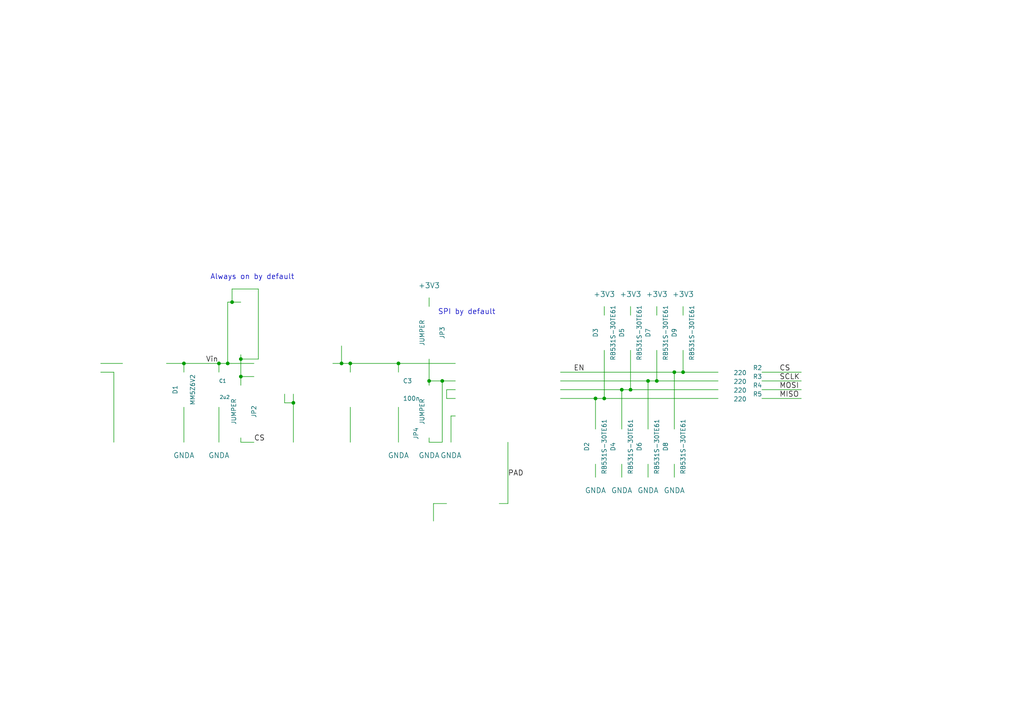
<source format=kicad_sch>
(kicad_sch (version 20230121) (generator eeschema)
  (paper "A4")
  (lib_symbols)
  (junction (at 85.09 116.84))
  (junction (at 99.06 105.41))
  (junction (at 63.5 105.41))
  (junction (at 128.27 110.49))
  (junction (at 124.46 110.49))
  (junction (at 182.88 113.03))
  (junction (at 53.34 105.41))
  (junction (at 101.6 105.41))
  (junction (at 190.5 110.49))
  (junction (at 69.85 104.14))
  (junction (at 180.34 113.03))
  (junction (at 198.12 107.95))
  (junction (at 187.96 110.49))
  (junction (at 195.58 107.95))
  (junction (at 172.72 115.57))
  (junction (at 115.57 105.41))
  (junction (at 175.26 115.57))
  (junction (at 66.04 105.41))
  (junction (at 69.85 109.22))
  (junction (at 67.31 87.63))
  (wire (pts (xy 115.57 118.11) (xy 115.57 128.27)))
  (wire (pts (xy 187.96 138.43) (xy 187.96 134.62)))
  (wire (pts (xy 180.34 138.43) (xy 180.34 134.62)))
  (wire (pts (xy 132.08 120.65) (xy 130.81 120.65)))
  (wire (pts (xy 162.56 113.03) (xy 180.34 113.03)))
  (wire (pts (xy 124.46 88.9) (xy 124.46 86.36)))
  (wire (pts (xy 147.32 146.05) (xy 144.78 146.05)))
  (wire (pts (xy 124.46 110.49) (xy 124.46 111.76)))
  (wire (pts (xy 162.56 115.57) (xy 172.72 115.57)))
  (wire (pts (xy 67.31 87.63) (xy 66.04 87.63)))
  (wire (pts (xy 66.04 105.41) (xy 73.66 105.41)))
  (wire (pts (xy 162.56 110.49) (xy 187.96 110.49)))
  (wire (pts (xy 115.57 105.41) (xy 132.08 105.41)))
  (wire (pts (xy 190.5 110.49) (xy 190.5 101.6)))
  (wire (pts (xy 198.12 88.9) (xy 198.12 91.44)))
  (wire (pts (xy 147.32 128.27) (xy 147.32 146.05)))
  (wire (pts (xy 53.34 128.27) (xy 53.34 118.11)))
  (wire (pts (xy 101.6 105.41) (xy 115.57 105.41)))
  (wire (pts (xy 66.04 87.63) (xy 66.04 105.41)))
  (wire (pts (xy 82.55 116.84) (xy 85.09 116.84)))
  (wire (pts (xy 99.06 100.33) (xy 99.06 105.41)))
  (wire (pts (xy 69.85 109.22) (xy 69.85 111.76)))
  (wire (pts (xy 33.02 107.95) (xy 33.02 128.27)))
  (wire (pts (xy 125.73 146.05) (xy 125.73 151.13)))
  (wire (pts (xy 53.34 105.41) (xy 63.5 105.41)))
  (wire (pts (xy 69.85 127) (xy 69.85 128.27)))
  (wire (pts (xy 53.34 105.41) (xy 53.34 107.95)))
  (wire (pts (xy 129.54 146.05) (xy 125.73 146.05)))
  (wire (pts (xy 128.27 110.49) (xy 124.46 110.49)))
  (wire (pts (xy 129.54 115.57) (xy 129.54 113.03)))
  (wire (pts (xy 48.26 105.41) (xy 53.34 105.41)))
  (wire (pts (xy 96.52 105.41) (xy 99.06 105.41)))
  (wire (pts (xy 172.72 115.57) (xy 175.26 115.57)))
  (wire (pts (xy 101.6 118.11) (xy 101.6 128.27)))
  (wire (pts (xy 128.27 128.27) (xy 124.46 128.27)))
  (wire (pts (xy 180.34 124.46) (xy 180.34 113.03)))
  (wire (pts (xy 29.21 105.41) (xy 35.56 105.41)))
  (wire (pts (xy 128.27 110.49) (xy 128.27 128.27)))
  (wire (pts (xy 132.08 115.57) (xy 129.54 115.57)))
  (wire (pts (xy 198.12 101.6) (xy 198.12 107.95)))
  (wire (pts (xy 182.88 113.03) (xy 208.28 113.03)))
  (wire (pts (xy 172.72 138.43) (xy 172.72 134.62)))
  (wire (pts (xy 232.41 110.49) (xy 220.98 110.49)))
  (wire (pts (xy 69.85 128.27) (xy 73.66 128.27)))
  (wire (pts (xy 67.31 83.82) (xy 67.31 87.63)))
  (wire (pts (xy 232.41 113.03) (xy 220.98 113.03)))
  (wire (pts (xy 130.81 120.65) (xy 130.81 128.27)))
  (wire (pts (xy 175.26 115.57) (xy 208.28 115.57)))
  (wire (pts (xy 175.26 115.57) (xy 175.26 101.6)))
  (wire (pts (xy 195.58 138.43) (xy 195.58 134.62)))
  (wire (pts (xy 85.09 114.3) (xy 85.09 116.84)))
  (wire (pts (xy 63.5 105.41) (xy 66.04 105.41)))
  (wire (pts (xy 232.41 107.95) (xy 220.98 107.95)))
  (wire (pts (xy 69.85 102.87) (xy 69.85 104.14)))
  (wire (pts (xy 85.09 116.84) (xy 85.09 128.27)))
  (wire (pts (xy 69.85 104.14) (xy 74.93 104.14)))
  (wire (pts (xy 162.56 107.95) (xy 195.58 107.95)))
  (wire (pts (xy 195.58 124.46) (xy 195.58 107.95)))
  (wire (pts (xy 190.5 91.44) (xy 190.5 88.9)))
  (wire (pts (xy 115.57 105.41) (xy 115.57 107.95)))
  (wire (pts (xy 180.34 113.03) (xy 182.88 113.03)))
  (wire (pts (xy 69.85 104.14) (xy 69.85 109.22)))
  (wire (pts (xy 69.85 87.63) (xy 67.31 87.63)))
  (wire (pts (xy 182.88 101.6) (xy 182.88 113.03)))
  (wire (pts (xy 175.26 91.44) (xy 175.26 88.9)))
  (wire (pts (xy 74.93 104.14) (xy 74.93 83.82)))
  (wire (pts (xy 182.88 88.9) (xy 182.88 91.44)))
  (wire (pts (xy 29.21 107.95) (xy 33.02 107.95)))
  (wire (pts (xy 63.5 107.95) (xy 63.5 105.41)))
  (wire (pts (xy 63.5 118.11) (xy 63.5 128.27)))
  (wire (pts (xy 132.08 110.49) (xy 128.27 110.49)))
  (wire (pts (xy 187.96 124.46) (xy 187.96 110.49)))
  (wire (pts (xy 172.72 124.46) (xy 172.72 115.57)))
  (wire (pts (xy 73.66 109.22) (xy 69.85 109.22)))
  (wire (pts (xy 82.55 114.3) (xy 82.55 116.84)))
  (wire (pts (xy 99.06 105.41) (xy 101.6 105.41)))
  (wire (pts (xy 198.12 107.95) (xy 208.28 107.95)))
  (wire (pts (xy 124.46 104.14) (xy 124.46 110.49)))
  (wire (pts (xy 101.6 105.41) (xy 101.6 107.95)))
  (wire (pts (xy 129.54 113.03) (xy 132.08 113.03)))
  (wire (pts (xy 195.58 107.95) (xy 198.12 107.95)))
  (wire (pts (xy 232.41 115.57) (xy 220.98 115.57)))
  (wire (pts (xy 74.93 83.82) (xy 67.31 83.82)))
  (wire (pts (xy 187.96 110.49) (xy 190.5 110.49)))
  (wire (pts (xy 190.5 110.49) (xy 208.28 110.49)))
  (wire (pts (xy 124.46 127) (xy 124.46 128.27)))
  (text "Always on by default" (at 60.96 81.28 0) (effects (font (size 1.524 1.524)) (justify left bottom)))
  (text "SPI by default" (at 127 91.44 0) (effects (font (size 1.524 1.524)) (justify left bottom)))
  (label "SCLK" (at 226.06 110.49 0) (effects (font (size 1.524 1.524))))
  (label "Vin" (at 59.69 105.41 0) (effects (font (size 1.524 1.524))))
  (label "MISO" (at 226.06 115.57 0) (effects (font (size 1.524 1.524))))
  (label "MOSI" (at 226.06 113.03 0) (effects (font (size 1.524 1.524))))
  (label "EN" (at 166.37 107.95 0) (effects (font (size 1.524 1.524))))
  (label "CS" (at 226.06 107.95 0) (effects (font (size 1.524 1.524))))
  (label "PAD" (at 147.32 138.43 0) (effects (font (size 1.524 1.524))))
  (label "CS" (at 73.66 128.27 0) (effects (font (size 1.524 1.524))))
  (symbol (lib_id "R") (at 41.91 105.41 270) (unit 1)
    (property "Reference" "R1" (at 41.91 107.442 90) (effects (font (size 1.016 1.016))))
    (property "Value" "220" (at 41.9354 105.5878 90) (effects (font (size 1.016 1.016))))
    (property "Footprint" "smd_passives:SMD0603_WAVE" (effects hide))
  )
  (symbol (lib_id "C") (at 63.5 113.03 0) (unit 1)
    (property "Reference" "C1" (at 63.5 110.49 0) (effects (font (size 1.016 1.016)) (justify left)))
    (property "Value" "2u2" (at 63.6524 115.189 0) (effects (font (size 1.016 1.016)) (justify left)))
    (property "Footprint" "smd_passives:SMD0603_WAVE" (effects hide))
  )
  (symbol (lib_id "C") (at 115.57 113.03 0) (unit 1)
    (property "Reference" "C3" (at 116.84 110.49 0) (effects (justify left)))
    (property "Value" "100n" (at 116.84 115.57 0) (effects (justify left)))
    (property "Footprint" "smd_passives:SMD0603_WAVE" (effects hide))
  )
  (symbol (lib_id "DIODESCH") (at 175.26 96.52 90) (unit 1)
    (property "Reference" "D3" (at 172.72 96.52 0))
    (property "Value" "RB531S-30TE61" (at 177.8 96.52 0))
    (property "Footprint" "SMD_Packages:SOD-523" (effects hide))
  )
  (symbol (lib_id "DIODESCH") (at 182.88 96.52 90) (unit 1)
    (property "Reference" "D5" (at 180.34 96.52 0))
    (property "Value" "RB531S-30TE61" (at 185.42 96.52 0))
    (property "Footprint" "SMD_Packages:SOD-523" (effects hide))
  )
  (symbol (lib_id "DIODESCH") (at 190.5 96.52 90) (unit 1)
    (property "Reference" "D7" (at 187.96 96.52 0))
    (property "Value" "RB531S-30TE61" (at 193.04 96.52 0))
    (property "Footprint" "SMD_Packages:SOD-523" (effects hide))
  )
  (symbol (lib_id "DIODESCH") (at 198.12 96.52 90) (unit 1)
    (property "Reference" "D9" (at 195.58 96.52 0))
    (property "Value" "RB531S-30TE61" (at 200.66 96.52 0))
    (property "Footprint" "SMD_Packages:SOD-523" (effects hide))
  )
  (symbol (lib_id "DIODESCH") (at 172.72 129.54 90) (unit 1)
    (property "Reference" "D2" (at 170.18 129.54 0))
    (property "Value" "RB531S-30TE61" (at 175.26 129.54 0))
    (property "Footprint" "SMD_Packages:SOD-523" (effects hide))
  )
  (symbol (lib_id "DIODESCH") (at 180.34 129.54 90) (unit 1)
    (property "Reference" "D4" (at 177.8 129.54 0))
    (property "Value" "RB531S-30TE61" (at 182.88 129.54 0))
    (property "Footprint" "SMD_Packages:SOD-523" (effects hide))
  )
  (symbol (lib_id "DIODESCH") (at 187.96 129.54 90) (unit 1)
    (property "Reference" "D6" (at 185.42 129.54 0))
    (property "Value" "RB531S-30TE61" (at 190.5 129.54 0))
    (property "Footprint" "SMD_Packages:SOD-523" (effects hide))
  )
  (symbol (lib_id "DIODESCH") (at 195.58 129.54 90) (unit 1)
    (property "Reference" "D8" (at 193.04 129.54 0))
    (property "Value" "RB531S-30TE61" (at 198.12 129.54 0))
    (property "Footprint" "SMD_Packages:SOD-523" (effects hide))
  )
  (symbol (lib_id "R") (at 214.63 107.95 270) (unit 1)
    (property "Reference" "R2" (at 219.71 106.68 90))
    (property "Value" "220" (at 214.6554 108.1278 90))
    (property "Footprint" "smd_passives:SMD0603_WAVE" (effects hide))
  )
  (symbol (lib_id "R") (at 214.63 110.49 270) (unit 1)
    (property "Reference" "R3" (at 219.71 109.22 90))
    (property "Value" "220" (at 214.6554 110.6678 90))
    (property "Footprint" "smd_passives:SMD0603_WAVE" (effects hide))
  )
  (symbol (lib_id "R") (at 214.63 113.03 270) (unit 1)
    (property "Reference" "R4" (at 219.71 111.76 90))
    (property "Value" "220" (at 214.6554 113.2078 90))
    (property "Footprint" "smd_passives:SMD0603_WAVE" (effects hide))
  )
  (symbol (lib_id "R") (at 214.63 115.57 270) (unit 1)
    (property "Reference" "R5" (at 219.71 114.3 90))
    (property "Value" "220" (at 214.6554 115.7478 90))
    (property "Footprint" "smd_passives:SMD0603_WAVE" (effects hide))
  )
  (symbol (lib_id "CONN_01X04") (at 237.49 111.76 0) (mirror x) (unit 1)
    (property "Reference" "P2" (at 237.49 118.11 0))
    (property "Value" "CONN_01X04" (at 240.03 111.76 90))
    (property "Footprint" "pin_header_fork:Pin_Header_Angled_SMD_1x04" (effects hide))
  )
  (symbol (lib_id "CONN_01X02") (at 24.13 106.68 180) (unit 1)
    (property "Reference" "P1" (at 24.13 110.49 0))
    (property "Value" "CONN_01X02" (at 21.59 106.68 90))
    (property "Footprint" "pin_header_fork:Pin_Header_Angled_SMD_1x02" (effects hide))
  )
  (symbol (lib_id "JUMPER") (at 69.85 95.25 270) (unit 1)
    (property "Reference" "JP1" (at 73.66 95.25 0))
    (property "Value" "JUMPER" (at 67.818 95.25 0))
    (property "Footprint" "Resistors_SMD:R_0201" (effects hide))
  )
  (symbol (lib_id "JUMPER") (at 69.85 119.38 270) (unit 1)
    (property "Reference" "JP2" (at 73.66 119.38 0))
    (property "Value" "JUMPER" (at 67.818 119.38 0))
    (property "Footprint" "Resistors_SMD:R_0201" (effects hide))
  )
  (symbol (lib_id "JUMPER") (at 124.46 96.52 270) (unit 1)
    (property "Reference" "JP3" (at 128.27 96.52 0))
    (property "Value" "JUMPER" (at 122.428 96.52 0))
    (property "Footprint" "Resistors_SMD:R_0201" (effects hide))
  )
  (symbol (lib_id "GNDA") (at 172.72 138.43 0) (unit 1)
    (property "Reference" "#PWR01" (effects hide))
    (property "Value" "GNDA" (at 172.72 142.24 0) (effects (font (size 1.524 1.524))))
  )
  (symbol (lib_id "JUMPER") (at 124.46 119.38 270) (unit 1)
    (property "Reference" "JP4" (at 120.65 125.73 0))
    (property "Value" "JUMPER" (at 122.428 119.38 0))
    (property "Footprint" "Resistors_SMD:R_0201" (effects hide))
  )
  (symbol (lib_id "GNDA") (at 180.34 138.43 0) (unit 1)
    (property "Reference" "#PWR02" (effects hide))
    (property "Value" "GNDA" (at 180.34 142.24 0) (effects (font (size 1.524 1.524))))
  )
  (symbol (lib_id "GNDA") (at 187.96 138.43 0) (unit 1)
    (property "Reference" "#PWR03" (effects hide))
    (property "Value" "GNDA" (at 187.96 142.24 0) (effects (font (size 1.524 1.524))))
  )
  (symbol (lib_id "GNDA") (at 195.58 138.43 0) (unit 1)
    (property "Reference" "#PWR04" (effects hide))
    (property "Value" "GNDA" (at 195.58 142.24 0) (effects (font (size 1.524 1.524))))
  )
  (symbol (lib_id "+3V3") (at 175.26 88.9 0) (unit 1)
    (property "Reference" "#PWR05" (effects hide))
    (property "Value" "+3V3" (at 175.26 85.344 0) (effects (font (size 1.524 1.524))))
  )
  (symbol (lib_id "+3V3") (at 182.88 88.9 0) (unit 1)
    (property "Reference" "#PWR06" (effects hide))
    (property "Value" "+3V3" (at 182.88 85.344 0) (effects (font (size 1.524 1.524))))
  )
  (symbol (lib_id "+3V3") (at 190.5 88.9 0) (unit 1)
    (property "Reference" "#PWR07" (effects hide))
    (property "Value" "+3V3" (at 190.5 85.344 0) (effects (font (size 1.524 1.524))))
  )
  (symbol (lib_id "+3V3") (at 198.12 88.9 0) (unit 1)
    (property "Reference" "#PWR08" (effects hide))
    (property "Value" "+3V3" (at 198.12 85.344 0) (effects (font (size 1.524 1.524))))
  )
  (symbol (lib_id "C") (at 101.6 113.03 0) (unit 1)
    (property "Reference" "C2" (at 102.87 110.49 0) (effects (justify left)))
    (property "Value" "2u2" (at 102.87 115.57 0) (effects (justify left)))
    (property "Footprint" "smd_passives:SMD0603_WAVE" (effects hide))
  )
  (symbol (lib_id "DIODESCH") (at 53.34 113.03 90) (unit 1)
    (property "Reference" "D1" (at 50.8 113.03 0))
    (property "Value" "MM5Z6V2" (at 55.88 113.03 0))
    (property "Footprint" "SMD_Packages:SOD-523" (effects hide))
  )
  (symbol (lib_id "GNDA") (at 130.81 128.27 0) (unit 1)
    (property "Reference" "#PWR09" (effects hide))
    (property "Value" "GNDA" (at 130.81 132.08 0) (effects (font (size 1.524 1.524))))
  )
  (symbol (lib_id "GNDA") (at 124.46 128.27 0) (unit 1)
    (property "Reference" "#PWR010" (effects hide))
    (property "Value" "GNDA" (at 124.46 132.08 0) (effects (font (size 1.524 1.524))))
  )
  (symbol (lib_id "GNDA") (at 115.57 128.27 0) (unit 1)
    (property "Reference" "#PWR011" (effects hide))
    (property "Value" "GNDA" (at 115.57 132.08 0) (effects (font (size 1.524 1.524))))
  )
  (symbol (lib_id "GNDA") (at 101.6 128.27 0) (unit 1)
    (property "Reference" "#PWR012" (effects hide))
    (property "Value" "GNDA" (at 101.6 132.08 0) (effects (font (size 1.524 1.524))))
  )
  (symbol (lib_id "GNDA") (at 85.09 128.27 0) (unit 1)
    (property "Reference" "#PWR013" (effects hide))
    (property "Value" "GNDA" (at 85.09 132.08 0) (effects (font (size 1.524 1.524))))
  )
  (symbol (lib_id "GNDA") (at 63.5 128.27 0) (unit 1)
    (property "Reference" "#PWR014" (effects hide))
    (property "Value" "GNDA" (at 63.5 132.08 0) (effects (font (size 1.524 1.524))))
  )
  (symbol (lib_id "GNDA") (at 53.34 128.27 0) (unit 1)
    (property "Reference" "#PWR015" (effects hide))
    (property "Value" "GNDA" (at 53.34 132.08 0) (effects (font (size 1.524 1.524))))
  )
  (symbol (lib_id "+3V3") (at 124.46 86.36 0) (unit 1)
    (property "Reference" "#PWR016" (effects hide))
    (property "Value" "+3V3" (at 124.46 82.804 0) (effects (font (size 1.524 1.524))))
  )
  (symbol (lib_id "+3V3") (at 99.06 100.33 0) (unit 1)
    (property "Reference" "#PWR017" (effects hide))
    (property "Value" "+3V3" (at 99.06 96.774 0) (effects (font (size 1.524 1.524))))
  )
  (symbol (lib_id "SP6213") (at 85.09 106.68 0) (unit 1)
    (property "Reference" "U2" (at 78.74 101.6 0) (effects (font (size 1.016 1.016))))
    (property "Value" "SP6213" (at 90.17 101.6 0) (effects (font (size 1.016 1.016))))
    (property "Footprint" "Housings_SOT-23_SOT-143_TSOT-6:SC70-6_Handsoldering" (effects hide))
    (property "Datasheet" "https://www.exar.com/common/content/document.ashx?id=654" (effects hide))
  )
  (symbol (lib_id "TSYS01") (at 147.32 113.03 0) (unit 1)
    (property "Reference" "U1" (at 147.32 106.68 0) (effects (font (size 1.524 1.524))))
    (property "Value" "TSYS01" (at 147.32 104.14 0) (effects (font (size 1.524 1.524))))
    (property "Footprint" "Housings_DFN_QFN:QFN-16-1EP_4x4mm_Pitch0.65mm" (effects hide))
  )
  (symbol (lib_id "GNDA") (at 33.02 128.27 0) (unit 1)
    (property "Reference" "#PWR018" (effects hide))
    (property "Value" "GNDA" (at 33.02 132.08 0) (effects (font (size 1.524 1.524))))
  )
  (symbol (lib_id "JUMPER") (at 137.16 146.05 0) (unit 1)
    (property "Reference" "JP5" (at 137.16 142.24 0))
    (property "Value" "JUMPER" (at 137.16 148.082 0))
    (property "Footprint" "Resistors_SMD:R_0603_HandSoldering" (effects hide))
  )
  (symbol (lib_id "GNDA") (at 125.73 151.13 0) (unit 1)
    (property "Reference" "#PWR019" (effects hide))
    (property "Value" "GNDA" (at 125.73 154.94 0) (effects (font (size 1.524 1.524))))
  )
)
</source>
